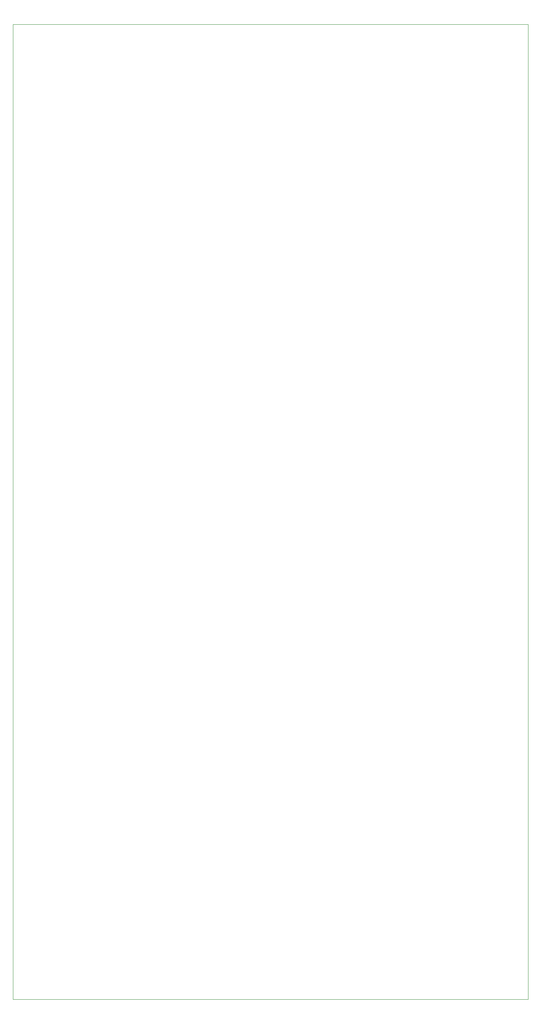
<source format=gm1>
G04 #@! TF.GenerationSoftware,KiCad,Pcbnew,7.0.2-6a45011f42~172~ubuntu22.04.1*
G04 #@! TF.CreationDate,2023-07-04T08:02:55+08:00*
G04 #@! TF.ProjectId,panel_50_1,70616e65-6c5f-4353-905f-312e6b696361,rev?*
G04 #@! TF.SameCoordinates,Original*
G04 #@! TF.FileFunction,Profile,NP*
%FSLAX46Y46*%
G04 Gerber Fmt 4.6, Leading zero omitted, Abs format (unit mm)*
G04 Created by KiCad (PCBNEW 7.0.2-6a45011f42~172~ubuntu22.04.1) date 2023-07-04 08:02:55*
%MOMM*%
%LPD*%
G01*
G04 APERTURE LIST*
G04 #@! TA.AperFunction,Profile*
%ADD10C,0.100000*%
G04 #@! TD*
G04 APERTURE END LIST*
D10*
X0Y-93200000D02*
X0Y-97200000D01*
X111190000Y-81200000D02*
X111190000Y-77200000D01*
X111190000Y-17200000D02*
X111190000Y-13200000D01*
X111190000Y-45200000D02*
X111190000Y-41200000D01*
X111190000Y-61200000D02*
X111190000Y-57200000D01*
X0Y-33200000D02*
X0Y-37200000D01*
X111190000Y-137200000D02*
X111190000Y-133200000D01*
X111190000Y-149200000D02*
X111190000Y-145200000D01*
X111190000Y-161200000D02*
X111190000Y-157200000D01*
X0Y-5200000D02*
X0Y-9200000D01*
X0Y-89200000D02*
X0Y-93200000D01*
X0Y-141200000D02*
X0Y-145200000D01*
X111190000Y-117200000D02*
X111190000Y-113200000D01*
X111190000Y-13200000D02*
X111190000Y-9200000D01*
X0Y-177200000D02*
X0Y-181200000D01*
X111190000Y-41200000D02*
X111190000Y-37200000D01*
X111190000Y-9200000D02*
X111190000Y-5200000D01*
X111190000Y-21200000D02*
X111190000Y-17200000D01*
X0Y-125200000D02*
X0Y-129200000D01*
X0Y-121200000D02*
X0Y-125200000D01*
X0Y-117200000D02*
X0Y-121200000D01*
X111190000Y-181200000D02*
X111190000Y-177200000D01*
X111190000Y-157200000D02*
X111190000Y-153200000D01*
X0Y-197200000D02*
X0Y-201200000D01*
X0Y-189200000D02*
X0Y-193200000D01*
X111190000Y-37200000D02*
X111190000Y-33200000D01*
X0Y-149200000D02*
X0Y-153200000D01*
X0Y-81200000D02*
X0Y-85200000D01*
X111190000Y-201200000D02*
X111190000Y-197200000D01*
X0Y-133200000D02*
X0Y-137200000D01*
X0Y-181200000D02*
X0Y-185200000D01*
X111190000Y-177200000D02*
X111190000Y-173200000D01*
X0Y-29200000D02*
X0Y-33200000D01*
X111190000Y-129200000D02*
X111190000Y-125200000D01*
X0Y-5000000D02*
X0Y-5200000D01*
X111190000Y-165200000D02*
X111190000Y-161200000D01*
X0Y-169200000D02*
X0Y-173200000D01*
X0Y-205400000D02*
X0Y-210400000D01*
X111190000Y-197200000D02*
X111190000Y-193200000D01*
X0Y-97200000D02*
X0Y-101200000D01*
X0Y-157200000D02*
X0Y-161200000D01*
X0Y-17200000D02*
X0Y-21200000D01*
X0Y-73200000D02*
X0Y-77200000D01*
X0Y-161200000D02*
X0Y-165200000D01*
X111190000Y-205200000D02*
X111190000Y-201200000D01*
X0Y-57200000D02*
X0Y-61200000D01*
X111190000Y-69200000D02*
X111190000Y-65200000D01*
X0Y-69200000D02*
X0Y-73200000D01*
X111190000Y0D02*
X0Y0D01*
X111190000Y-33200000D02*
X111190000Y-29200000D01*
X111190000Y-85200000D02*
X111190000Y-81200000D01*
X111190000Y0D02*
X111190000Y0D01*
X0Y-129200000D02*
X0Y-133200000D01*
X0Y-85200000D02*
X0Y-89200000D01*
X0Y-9200000D02*
X0Y-13200000D01*
X111190000Y-121200000D02*
X111190000Y-117200000D01*
X0Y-105200000D02*
X0Y-109200000D01*
X0Y-77200000D02*
X0Y-81200000D01*
X111190000Y-141200000D02*
X111190000Y-137200000D01*
X0Y-145200000D02*
X0Y-149200000D01*
X0Y-45200000D02*
X0Y-49200000D01*
X0Y-25200000D02*
X0Y-29200000D01*
X111190000Y-65200000D02*
X111190000Y-61200000D01*
X111190000Y-113200000D02*
X111190000Y-109200000D01*
X0Y-21200000D02*
X0Y-25200000D01*
X0Y-41200000D02*
X0Y-45200000D01*
X111190000Y-173200000D02*
X111190000Y-169200000D01*
X111190000Y-5200000D02*
X111190000Y-5000000D01*
X111190000Y-189200000D02*
X111190000Y-185200000D01*
X0Y-201200000D02*
X0Y-205200000D01*
X0Y-205200000D02*
X0Y-205400000D01*
X111190000Y-25200000D02*
X111190000Y-21200000D01*
X111190000Y-145200000D02*
X111190000Y-141200000D01*
X111190000Y-185200000D02*
X111190000Y-181200000D01*
X111190000Y-125200000D02*
X111190000Y-121200000D01*
X111190000Y-93200000D02*
X111190000Y-89200000D01*
X0Y-193200000D02*
X0Y-197200000D01*
X0Y-165200000D02*
X0Y-169200000D01*
X0Y-49200000D02*
X0Y-53200000D01*
X0Y-153200000D02*
X0Y-157200000D01*
X111190000Y-169200000D02*
X111190000Y-165200000D01*
X0Y-185200000D02*
X0Y-189200000D01*
X111190000Y-133200000D02*
X111190000Y-129200000D01*
X111190000Y-89200000D02*
X111190000Y-85200000D01*
X111190000Y-57200000D02*
X111190000Y-53200000D01*
X111190000Y-77200000D02*
X111190000Y-73200000D01*
X0Y-137200000D02*
X0Y-141200000D01*
X111190000Y-153200000D02*
X111190000Y-149200000D01*
X111190000Y-73200000D02*
X111190000Y-69200000D01*
X0Y-37200000D02*
X0Y-41200000D01*
X0Y-109200000D02*
X0Y-113200000D01*
X111190000Y-53200000D02*
X111190000Y-49200000D01*
X111190000Y-5000000D02*
X111190000Y0D01*
X111190000Y-193200000D02*
X111190000Y-189200000D01*
X0Y-210400000D02*
X111190000Y-210400000D01*
X0Y-13200000D02*
X0Y-17200000D01*
X111190000Y-97200000D02*
X111190000Y-93200000D01*
X111190000Y-49200000D02*
X111190000Y-45200000D01*
X0Y-61200000D02*
X0Y-65200000D01*
X111190000Y-205400000D02*
X111190000Y-205200000D01*
X0Y-53200000D02*
X0Y-57200000D01*
X0Y-101200000D02*
X0Y-105200000D01*
X111190000Y-101200000D02*
X111190000Y-97200000D01*
X0Y-173200000D02*
X0Y-177200000D01*
X111190000Y-210400000D02*
X111190000Y-205400000D01*
X111190000Y-29200000D02*
X111190000Y-25200000D01*
X111190000Y-109200000D02*
X111190000Y-105200000D01*
X0Y-65200000D02*
X0Y-69200000D01*
X111190000Y-105200000D02*
X111190000Y-101200000D01*
X0Y-113200000D02*
X0Y-117200000D01*
X0Y0D02*
X0Y-5000000D01*
M02*

</source>
